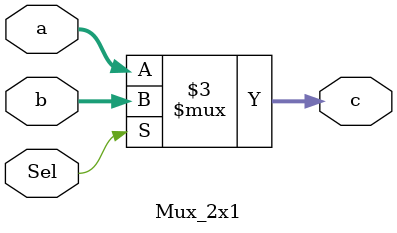
<source format=v>
`timescale 1ns / 1ps


module Mux_2x1(
                input wire [3:0] a,
                input wire [3:0] b,
                input wire Sel,
                output reg [3:0] c
               );
               
           always @(a or b or Sel)
           begin
                if (Sel) 
                c = b;
                else 
                c = a;
           end
           
endmodule

</source>
